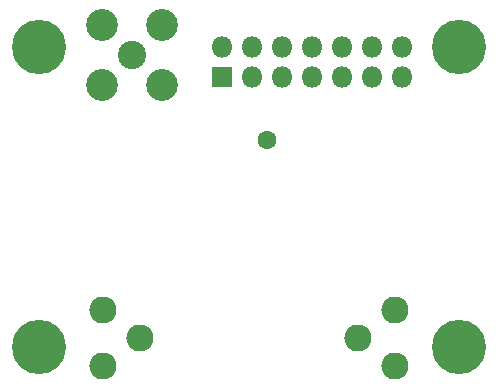
<source format=gbs>
G04 #@! TF.FileFunction,Soldermask,Bot*
%FSLAX46Y46*%
G04 Gerber Fmt 4.6, Leading zero omitted, Abs format (unit mm)*
G04 Created by KiCad (PCBNEW 4.0.7) date 06/05/18 19:10:08*
%MOMM*%
%LPD*%
G01*
G04 APERTURE LIST*
%ADD10C,0.100000*%
%ADD11O,2.300000X2.300000*%
%ADD12R,1.800000X1.800000*%
%ADD13O,1.800000X1.800000*%
%ADD14C,2.700000*%
%ADD15C,2.400000*%
%ADD16C,4.600000*%
%ADD17C,1.600000*%
G04 APERTURE END LIST*
D10*
D11*
X148788000Y-110490000D03*
X167188000Y-110490000D03*
X170313000Y-108115000D03*
X170313000Y-112865000D03*
X145663000Y-112865000D03*
X145663000Y-108115000D03*
D12*
X155702000Y-88392000D03*
D13*
X155702000Y-85852000D03*
X158242000Y-88392000D03*
X158242000Y-85852000D03*
X160782000Y-88392000D03*
X160782000Y-85852000D03*
X163322000Y-88392000D03*
X163322000Y-85852000D03*
X165862000Y-88392000D03*
X165862000Y-85852000D03*
X168402000Y-88392000D03*
X168402000Y-85852000D03*
X170942000Y-88392000D03*
X170942000Y-85852000D03*
D14*
X145542000Y-89027000D03*
X150622000Y-89027000D03*
X150622000Y-83947000D03*
D15*
X148082000Y-86487000D03*
D14*
X145542000Y-83947000D03*
D16*
X140208000Y-85852000D03*
X175768000Y-85852000D03*
X140208000Y-111252000D03*
X175768000Y-111252000D03*
D17*
X159512000Y-93726000D03*
M02*

</source>
